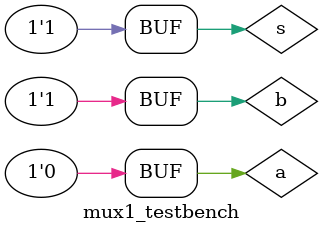
<source format=v>
`define DELAY 20
module mux1_testbench(); 
reg a, b, s;
wire o;

mux1 test (a, b, s, o);

initial begin
a = 1'b0; b = 1'b1; s = 1'b0;
#`DELAY;
a = 1'b0; b = 1'b1; s = 1'b1;
end
 
 
initial
begin
$monitor("time = %2d, a =%1b, b=%1b, S=%1b, OUT=%1b", $time, a, b, s, o);
end
 
endmodule
</source>
